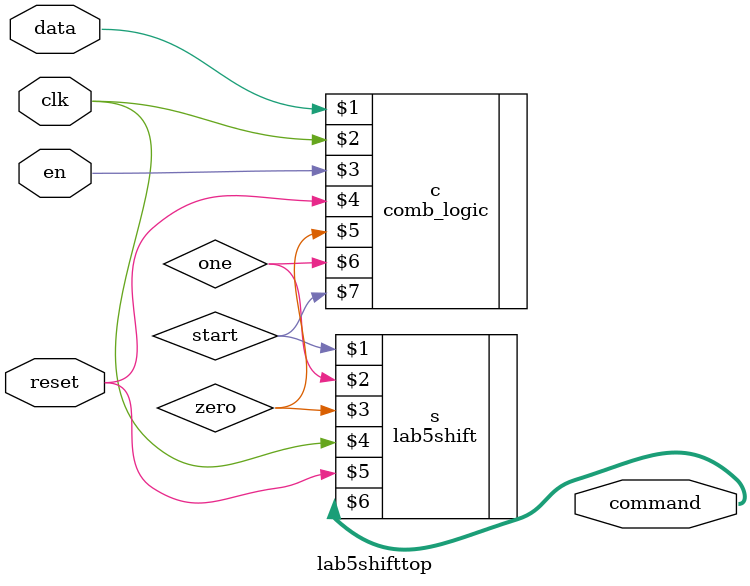
<source format=v>
module lab5shifttop(input data, input clk, input en, input reset, output[11:0] command);

    wire zero, one, start;
    
    comb_logic c(data, clk, en, reset, zero, one, start);
    lab5shift s(start, one, zero, clk, reset, command);
    
endmodule


</source>
